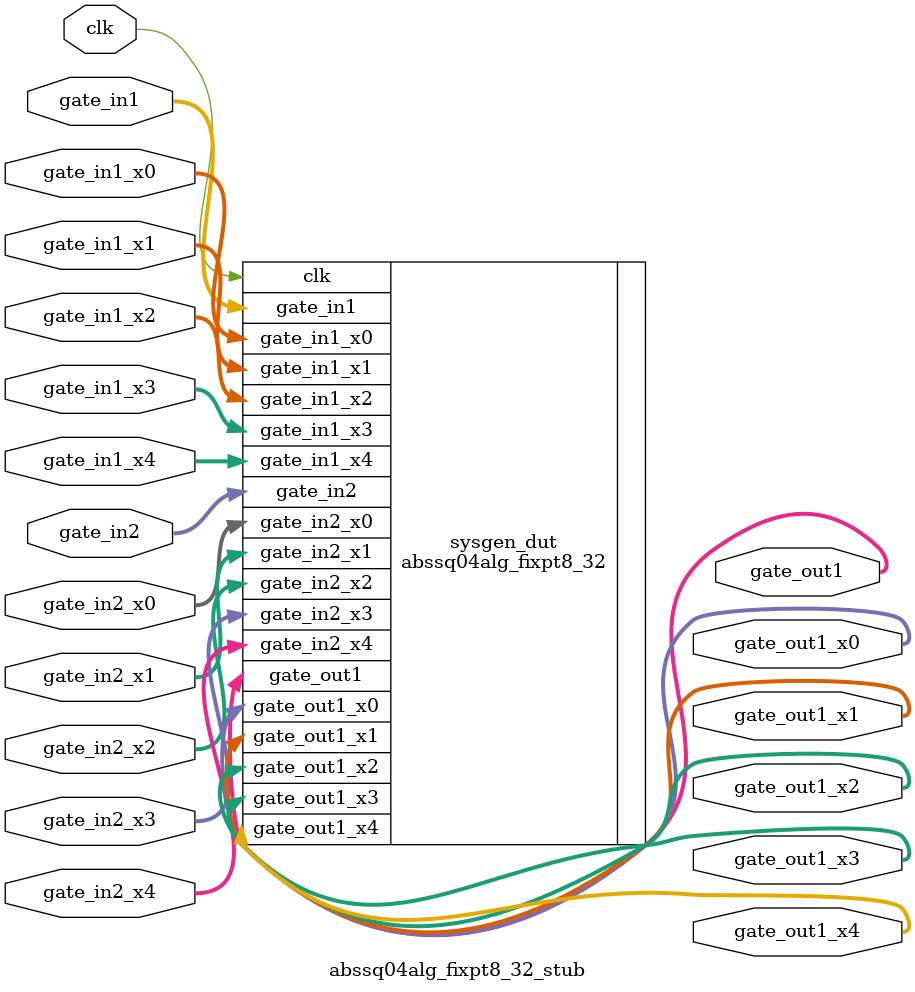
<source format=v>
`timescale 1 ns / 10 ps
module abssq04alg_fixpt8_32_stub (
  input [27-1:0] gate_in1_x4,
  input [27-1:0] gate_in2,
  input [28-1:0] gate_in1,
  input [28-1:0] gate_in2_x0,
  input [29-1:0] gate_in1_x0,
  input [29-1:0] gate_in2_x1,
  input [30-1:0] gate_in1_x1,
  input [30-1:0] gate_in2_x2,
  input [31-1:0] gate_in1_x2,
  input [31-1:0] gate_in2_x3,
  input [32-1:0] gate_in1_x3,
  input [32-1:0] gate_in2_x4,
  input clk,
  output [27-1:0] gate_out1_x0,
  output [28-1:0] gate_out1_x1,
  output [29-1:0] gate_out1_x2,
  output [30-1:0] gate_out1,
  output [31-1:0] gate_out1_x3,
  output [32-1:0] gate_out1_x4
);
  abssq04alg_fixpt8_32 sysgen_dut (
    .gate_in1_x4(gate_in1_x4),
    .gate_in2(gate_in2),
    .gate_in1(gate_in1),
    .gate_in2_x0(gate_in2_x0),
    .gate_in1_x0(gate_in1_x0),
    .gate_in2_x1(gate_in2_x1),
    .gate_in1_x1(gate_in1_x1),
    .gate_in2_x2(gate_in2_x2),
    .gate_in1_x2(gate_in1_x2),
    .gate_in2_x3(gate_in2_x3),
    .gate_in1_x3(gate_in1_x3),
    .gate_in2_x4(gate_in2_x4),
    .clk(clk),
    .gate_out1_x0(gate_out1_x0),
    .gate_out1_x1(gate_out1_x1),
    .gate_out1_x2(gate_out1_x2),
    .gate_out1(gate_out1),
    .gate_out1_x3(gate_out1_x3),
    .gate_out1_x4(gate_out1_x4)
  );
endmodule

</source>
